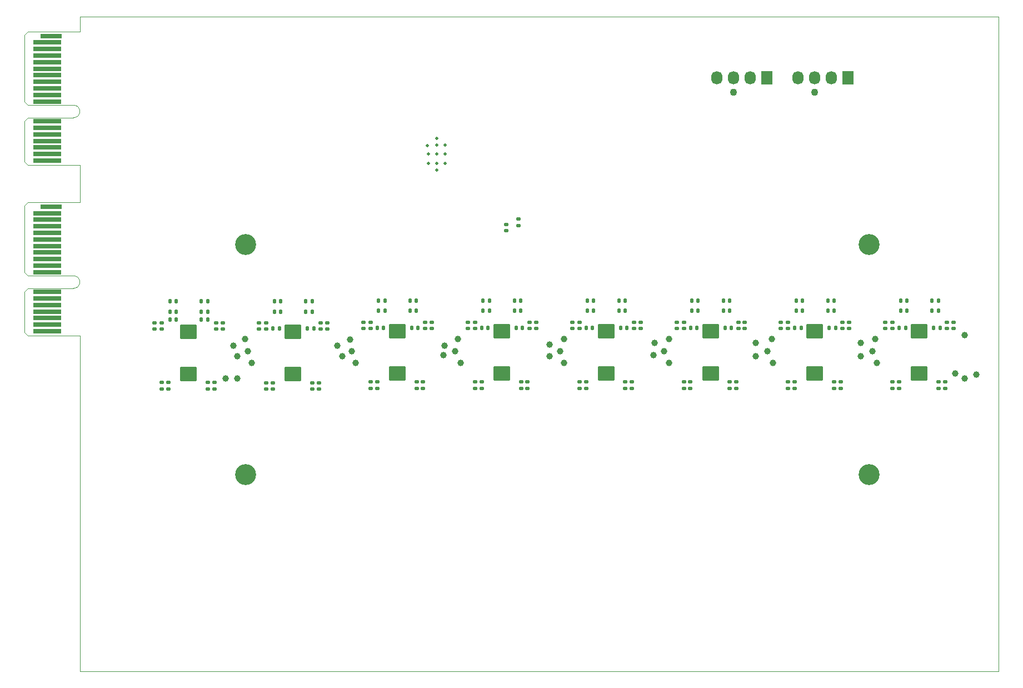
<source format=gbr>
%TF.GenerationSoftware,KiCad,Pcbnew,8.0.0*%
%TF.CreationDate,2024-03-29T21:32:46+01:00*%
%TF.ProjectId,EKO_Miner_BM1366,454b4f5f-4d69-46e6-9572-5f424d313336,rev?*%
%TF.SameCoordinates,Original*%
%TF.FileFunction,Soldermask,Bot*%
%TF.FilePolarity,Negative*%
%FSLAX46Y46*%
G04 Gerber Fmt 4.6, Leading zero omitted, Abs format (unit mm)*
G04 Created by KiCad (PCBNEW 8.0.0) date 2024-03-29 21:32:46*
%MOMM*%
%LPD*%
G01*
G04 APERTURE LIST*
G04 Aperture macros list*
%AMRoundRect*
0 Rectangle with rounded corners*
0 $1 Rounding radius*
0 $2 $3 $4 $5 $6 $7 $8 $9 X,Y pos of 4 corners*
0 Add a 4 corners polygon primitive as box body*
4,1,4,$2,$3,$4,$5,$6,$7,$8,$9,$2,$3,0*
0 Add four circle primitives for the rounded corners*
1,1,$1+$1,$2,$3*
1,1,$1+$1,$4,$5*
1,1,$1+$1,$6,$7*
1,1,$1+$1,$8,$9*
0 Add four rect primitives between the rounded corners*
20,1,$1+$1,$2,$3,$4,$5,0*
20,1,$1+$1,$4,$5,$6,$7,0*
20,1,$1+$1,$6,$7,$8,$9,0*
20,1,$1+$1,$8,$9,$2,$3,0*%
G04 Aperture macros list end*
%ADD10C,1.100000*%
%ADD11R,1.730000X2.030000*%
%ADD12O,1.730000X2.030000*%
%ADD13C,3.200000*%
%ADD14R,3.200000X0.700000*%
%ADD15R,4.300000X0.700000*%
%ADD16C,0.500000*%
%ADD17C,1.000000*%
%ADD18RoundRect,0.140000X-0.140000X-0.170000X0.140000X-0.170000X0.140000X0.170000X-0.140000X0.170000X0*%
%ADD19RoundRect,0.140000X0.140000X0.170000X-0.140000X0.170000X-0.140000X-0.170000X0.140000X-0.170000X0*%
%ADD20RoundRect,0.140000X-0.170000X0.140000X-0.170000X-0.140000X0.170000X-0.140000X0.170000X0.140000X0*%
%ADD21RoundRect,0.140000X0.170000X-0.140000X0.170000X0.140000X-0.170000X0.140000X-0.170000X-0.140000X0*%
%ADD22RoundRect,0.250000X-1.025000X0.875000X-1.025000X-0.875000X1.025000X-0.875000X1.025000X0.875000X0*%
%ADD23RoundRect,0.135000X0.185000X-0.135000X0.185000X0.135000X-0.185000X0.135000X-0.185000X-0.135000X0*%
%TA.AperFunction,Profile*%
%ADD24C,0.100000*%
%TD*%
G04 APERTURE END LIST*
D10*
%TO.C,J3*%
X186670000Y-36760000D03*
D11*
X191750000Y-34600000D03*
D12*
X189210000Y-34600000D03*
X186670000Y-34600000D03*
X184130000Y-34600000D03*
%TD*%
D13*
%TO.C,H4*%
X195000000Y-95000000D03*
%TD*%
%TO.C,H2*%
X100000000Y-60000000D03*
%TD*%
D14*
%TO.C,J2*%
X70350000Y-54200000D03*
D15*
X69800000Y-55200000D03*
X69800000Y-56200000D03*
X69800000Y-57200000D03*
X69800000Y-58200000D03*
X69800000Y-59200000D03*
X69800000Y-60200000D03*
X69800000Y-61200000D03*
X69800000Y-62200000D03*
X69800000Y-63200000D03*
X69800000Y-64200000D03*
X69800000Y-67200000D03*
X69800000Y-68200000D03*
X69800000Y-69200000D03*
X69800000Y-70200000D03*
X69800000Y-71200000D03*
X69800000Y-72200000D03*
X69800000Y-73200000D03*
%TD*%
D14*
%TO.C,J5*%
X70350000Y-28200000D03*
D15*
X69800000Y-29200000D03*
X69800000Y-30200000D03*
X69800000Y-31200000D03*
X69800000Y-32200000D03*
X69800000Y-33200000D03*
X69800000Y-34200000D03*
X69800000Y-35200000D03*
X69800000Y-36200000D03*
X69800000Y-37200000D03*
X69800000Y-38200000D03*
X69800000Y-41200000D03*
X69800000Y-42200000D03*
X69800000Y-43200000D03*
X69800000Y-44200000D03*
X69800000Y-45200000D03*
X69800000Y-46200000D03*
X69800000Y-47200000D03*
%TD*%
D13*
%TO.C,H3*%
X100000000Y-95000000D03*
%TD*%
D10*
%TO.C,J4*%
X174370000Y-36760000D03*
D11*
X179450000Y-34600000D03*
D12*
X176910000Y-34600000D03*
X174370000Y-34600000D03*
X171830000Y-34600000D03*
%TD*%
D13*
%TO.C,H1*%
X195000000Y-60000000D03*
%TD*%
D16*
%TO.C,U5*%
X130405000Y-47600000D03*
X130405000Y-46200000D03*
X130405000Y-44800000D03*
X129125000Y-48600000D03*
X129125000Y-47600000D03*
X129125000Y-46200000D03*
X129125000Y-44800000D03*
X129125000Y-43800000D03*
X127845000Y-47600000D03*
X127845000Y-46200000D03*
X127725000Y-44920000D03*
%TD*%
D17*
%TO.C,TP25*%
X195550000Y-76200000D03*
%TD*%
D18*
%TO.C,C110*%
X140984571Y-70092000D03*
X141944571Y-70092000D03*
%TD*%
D19*
%TO.C,C170*%
X89430000Y-70200000D03*
X88470000Y-70200000D03*
%TD*%
D20*
%TO.C,C71*%
X198584000Y-80912000D03*
X198584000Y-81872000D03*
%TD*%
D21*
%TO.C,C14*%
X139750000Y-57880000D03*
X139750000Y-56920000D03*
%TD*%
D20*
%TO.C,C111*%
X141964571Y-80912000D03*
X141964571Y-81872000D03*
%TD*%
D22*
%TO.C,C92*%
X186750000Y-73192000D03*
X186750000Y-79592000D03*
%TD*%
D20*
%TO.C,C72*%
X205584000Y-80912000D03*
X205584000Y-81872000D03*
%TD*%
D18*
%TO.C,C94*%
X188699142Y-70092000D03*
X189659142Y-70092000D03*
%TD*%
D20*
%TO.C,C132*%
X120059714Y-80912000D03*
X120059714Y-81872000D03*
%TD*%
D19*
%TO.C,C112*%
X153049428Y-70092000D03*
X152089428Y-70092000D03*
%TD*%
D22*
%TO.C,C131*%
X123130572Y-73192000D03*
X123130572Y-79592000D03*
%TD*%
D21*
%TO.C,C129*%
X133864571Y-72772000D03*
X133864571Y-71812000D03*
%TD*%
D17*
%TO.C,TP11*%
X146350000Y-75200000D03*
%TD*%
D20*
%TO.C,C127*%
X127059714Y-80912000D03*
X127059714Y-81872000D03*
%TD*%
D17*
%TO.C,TP36*%
X98750000Y-80400000D03*
%TD*%
%TO.C,TP12*%
X148550000Y-74400000D03*
%TD*%
D22*
%TO.C,C76*%
X170845143Y-73192000D03*
X170845143Y-79592000D03*
%TD*%
D20*
%TO.C,C124*%
X119059714Y-80912000D03*
X119059714Y-81872000D03*
%TD*%
D17*
%TO.C,TP5*%
X130350000Y-75400000D03*
%TD*%
%TO.C,TP90*%
X98750000Y-77000000D03*
%TD*%
D20*
%TO.C,C116*%
X157869428Y-80912000D03*
X157869428Y-81872000D03*
%TD*%
D21*
%TO.C,C79*%
X166774285Y-72772000D03*
X166774285Y-71812000D03*
%TD*%
D17*
%TO.C,TP9*%
X130150000Y-76800000D03*
%TD*%
%TO.C,TP74*%
X115950000Y-74500000D03*
%TD*%
%TO.C,TP13*%
X148550000Y-78000000D03*
%TD*%
D18*
%TO.C,C61*%
X204854000Y-72642000D03*
X205814000Y-72642000D03*
%TD*%
D20*
%TO.C,C85*%
X167774285Y-80912000D03*
X167774285Y-81872000D03*
%TD*%
D17*
%TO.C,TP30*%
X195950000Y-74400000D03*
%TD*%
%TO.C,TP29*%
X211350000Y-79800000D03*
%TD*%
D20*
%TO.C,C62*%
X199584000Y-80912000D03*
X199584000Y-81872000D03*
%TD*%
D17*
%TO.C,TP16*%
X164550000Y-74400000D03*
%TD*%
D18*
%TO.C,C160*%
X104174857Y-72755000D03*
X105134857Y-72755000D03*
%TD*%
D21*
%TO.C,C130*%
X117959714Y-72772000D03*
X117959714Y-71812000D03*
%TD*%
D20*
%TO.C,C88*%
X182679142Y-80912000D03*
X182679142Y-81872000D03*
%TD*%
D17*
%TO.C,TP23*%
X180150000Y-74400000D03*
%TD*%
D21*
%TO.C,C113*%
X150869428Y-72772000D03*
X150869428Y-71812000D03*
%TD*%
D17*
%TO.C,TP34*%
X193750000Y-75000000D03*
%TD*%
%TO.C,TP81*%
X114750000Y-77000000D03*
%TD*%
D21*
%TO.C,C166*%
X103154857Y-72885000D03*
X103154857Y-71925000D03*
%TD*%
%TO.C,C173*%
X86150000Y-72880000D03*
X86150000Y-71920000D03*
%TD*%
D18*
%TO.C,C171*%
X88470000Y-71400000D03*
X89430000Y-71400000D03*
%TD*%
%TO.C,C45*%
X204604000Y-68492000D03*
X205564000Y-68492000D03*
%TD*%
D17*
%TO.C,TP85*%
X113950000Y-75400000D03*
%TD*%
D18*
%TO.C,C35*%
X140984571Y-68492000D03*
X141944571Y-68492000D03*
%TD*%
%TO.C,C158*%
X109424857Y-72755000D03*
X110384857Y-72755000D03*
%TD*%
%TO.C,C32*%
X93270000Y-68600000D03*
X94230000Y-68600000D03*
%TD*%
D17*
%TO.C,TP21*%
X180350000Y-78000000D03*
%TD*%
D18*
%TO.C,C152*%
X93270000Y-71400000D03*
X94230000Y-71400000D03*
%TD*%
D21*
%TO.C,C55*%
X197484000Y-72772000D03*
X197484000Y-71812000D03*
%TD*%
D19*
%TO.C,C38*%
X153049428Y-68492000D03*
X152089428Y-68492000D03*
%TD*%
D18*
%TO.C,C114*%
X156889428Y-70092000D03*
X157849428Y-70092000D03*
%TD*%
D20*
%TO.C,C115*%
X150869428Y-80912000D03*
X150869428Y-81872000D03*
%TD*%
D17*
%TO.C,TP41*%
X96950000Y-80400000D03*
%TD*%
%TO.C,TP26*%
X196150000Y-78000000D03*
%TD*%
D20*
%TO.C,C117*%
X160169428Y-71812000D03*
X160169428Y-72772000D03*
%TD*%
D21*
%TO.C,C96*%
X182679142Y-72772000D03*
X182679142Y-71812000D03*
%TD*%
D20*
%TO.C,C125*%
X128359714Y-71812000D03*
X128359714Y-72772000D03*
%TD*%
D19*
%TO.C,C42*%
X184859142Y-68492000D03*
X183899142Y-68492000D03*
%TD*%
D18*
%TO.C,C118*%
X141234571Y-72642000D03*
X142194571Y-72642000D03*
%TD*%
D17*
%TO.C,TP7*%
X132750000Y-78000000D03*
%TD*%
D22*
%TO.C,C153*%
X91320858Y-73300000D03*
X91320858Y-79700000D03*
%TD*%
D20*
%TO.C,C91*%
X183679142Y-80912000D03*
X183679142Y-81872000D03*
%TD*%
D17*
%TO.C,TP20*%
X177750000Y-75000000D03*
%TD*%
D20*
%TO.C,C86*%
X174774285Y-80912000D03*
X174774285Y-81872000D03*
%TD*%
D19*
%TO.C,C67*%
X200764000Y-70092000D03*
X199804000Y-70092000D03*
%TD*%
%TO.C,C40*%
X137144571Y-68492000D03*
X136184571Y-68492000D03*
%TD*%
D20*
%TO.C,C148*%
X110154857Y-81025000D03*
X110154857Y-81985000D03*
%TD*%
D17*
%TO.C,TP93*%
X99950000Y-74400000D03*
%TD*%
D18*
%TO.C,C123*%
X120079714Y-72642000D03*
X121039714Y-72642000D03*
%TD*%
D20*
%TO.C,C119*%
X159169428Y-71812000D03*
X159169428Y-72772000D03*
%TD*%
D19*
%TO.C,C155*%
X105334857Y-70205000D03*
X104374857Y-70205000D03*
%TD*%
D17*
%TO.C,TP6*%
X132350000Y-74400000D03*
%TD*%
D20*
%TO.C,C81*%
X176074285Y-71812000D03*
X176074285Y-72772000D03*
%TD*%
%TO.C,C66*%
X190679142Y-80912000D03*
X190679142Y-81872000D03*
%TD*%
D17*
%TO.C,TP100*%
X100950000Y-78000000D03*
%TD*%
D20*
%TO.C,C157*%
X111454857Y-71925000D03*
X111454857Y-72885000D03*
%TD*%
D18*
%TO.C,C128*%
X125079714Y-70092000D03*
X126039714Y-70092000D03*
%TD*%
D20*
%TO.C,C99*%
X144264571Y-71812000D03*
X144264571Y-72772000D03*
%TD*%
%TO.C,C56*%
X207884000Y-71812000D03*
X207884000Y-72772000D03*
%TD*%
D22*
%TO.C,C159*%
X107225715Y-73305000D03*
X107225715Y-79705000D03*
%TD*%
D17*
%TO.C,TP79*%
X116750000Y-78000000D03*
%TD*%
D20*
%TO.C,C87*%
X166774285Y-80912000D03*
X166774285Y-81872000D03*
%TD*%
%TO.C,C100*%
X158869428Y-80912000D03*
X158869428Y-81872000D03*
%TD*%
%TO.C,C163*%
X95250000Y-81020000D03*
X95250000Y-81980000D03*
%TD*%
D22*
%TO.C,C57*%
X202654858Y-73192000D03*
X202654858Y-79592000D03*
%TD*%
D17*
%TO.C,TP31*%
X209550000Y-80400000D03*
%TD*%
D18*
%TO.C,C165*%
X109174857Y-70205000D03*
X110134857Y-70205000D03*
%TD*%
%TO.C,C77*%
X172794285Y-70092000D03*
X173754285Y-70092000D03*
%TD*%
D20*
%TO.C,C58*%
X191979142Y-71812000D03*
X191979142Y-72772000D03*
%TD*%
D17*
%TO.C,TP18*%
X163750000Y-76200000D03*
%TD*%
D18*
%TO.C,C80*%
X167794285Y-72642000D03*
X168754285Y-72642000D03*
%TD*%
%TO.C,C101*%
X151889428Y-72642000D03*
X152849428Y-72642000D03*
%TD*%
%TO.C,C34*%
X109174857Y-68605000D03*
X110134857Y-68605000D03*
%TD*%
D20*
%TO.C,C126*%
X127359714Y-71812000D03*
X127359714Y-72772000D03*
%TD*%
%TO.C,C145*%
X104154857Y-81025000D03*
X104154857Y-81985000D03*
%TD*%
D17*
%TO.C,TP33*%
X209550000Y-73800000D03*
%TD*%
D18*
%TO.C,C98*%
X188949142Y-72642000D03*
X189909142Y-72642000D03*
%TD*%
%TO.C,C97*%
X183699142Y-72642000D03*
X184659142Y-72642000D03*
%TD*%
D20*
%TO.C,C95*%
X173774285Y-80912000D03*
X173774285Y-81872000D03*
%TD*%
D19*
%TO.C,C36*%
X121239714Y-68492000D03*
X120279714Y-68492000D03*
%TD*%
D17*
%TO.C,TP19*%
X146350000Y-77000000D03*
%TD*%
%TO.C,TP4*%
X116150000Y-76200000D03*
%TD*%
D20*
%TO.C,C90*%
X189679142Y-80912000D03*
X189679142Y-81872000D03*
%TD*%
D23*
%TO.C,R7*%
X141550000Y-57110000D03*
X141550000Y-56090000D03*
%TD*%
D20*
%TO.C,C169*%
X88250000Y-81020000D03*
X88250000Y-81980000D03*
%TD*%
D21*
%TO.C,C89*%
X165674285Y-72772000D03*
X165674285Y-71812000D03*
%TD*%
D17*
%TO.C,TP15*%
X162350000Y-75000000D03*
%TD*%
D19*
%TO.C,C43*%
X168954285Y-68492000D03*
X167994285Y-68492000D03*
%TD*%
D20*
%TO.C,C102*%
X143264571Y-71812000D03*
X143264571Y-72772000D03*
%TD*%
D18*
%TO.C,C121*%
X125329714Y-72642000D03*
X126289714Y-72642000D03*
%TD*%
D21*
%TO.C,C69*%
X198584000Y-72772000D03*
X198584000Y-71812000D03*
%TD*%
D18*
%TO.C,C39*%
X156889428Y-68492000D03*
X157849428Y-68492000D03*
%TD*%
D17*
%TO.C,TP10*%
X162150000Y-76800000D03*
%TD*%
%TO.C,TP28*%
X193750000Y-77000000D03*
%TD*%
%TO.C,TP24*%
X179550000Y-76200000D03*
%TD*%
D22*
%TO.C,C103*%
X154940286Y-73192000D03*
X154940286Y-79592000D03*
%TD*%
D20*
%TO.C,C68*%
X206584000Y-80912000D03*
X206584000Y-81872000D03*
%TD*%
D19*
%TO.C,C46*%
X200764000Y-68492000D03*
X199804000Y-68492000D03*
%TD*%
D18*
%TO.C,C104*%
X157139428Y-72642000D03*
X158099428Y-72642000D03*
%TD*%
D19*
%TO.C,C83*%
X168954285Y-70092000D03*
X167994285Y-70092000D03*
%TD*%
D21*
%TO.C,C168*%
X87250000Y-72880000D03*
X87250000Y-71920000D03*
%TD*%
D20*
%TO.C,C122*%
X135964571Y-80912000D03*
X135964571Y-81872000D03*
%TD*%
D17*
%TO.C,TP22*%
X177750000Y-77000000D03*
%TD*%
D20*
%TO.C,C134*%
X126059714Y-80912000D03*
X126059714Y-81872000D03*
%TD*%
D18*
%TO.C,C82*%
X173044285Y-72642000D03*
X174004285Y-72642000D03*
%TD*%
%TO.C,C149*%
X93270000Y-70200000D03*
X94230000Y-70200000D03*
%TD*%
D20*
%TO.C,C167*%
X87250000Y-81020000D03*
X87250000Y-81980000D03*
%TD*%
D18*
%TO.C,C135*%
X135984571Y-72642000D03*
X136944571Y-72642000D03*
%TD*%
D20*
%TO.C,C150*%
X111154857Y-81025000D03*
X111154857Y-81985000D03*
%TD*%
D19*
%TO.C,C31*%
X105334857Y-68605000D03*
X104374857Y-68605000D03*
%TD*%
%TO.C,C136*%
X121239714Y-70092000D03*
X120279714Y-70092000D03*
%TD*%
D20*
%TO.C,C151*%
X112454857Y-71925000D03*
X112454857Y-72885000D03*
%TD*%
%TO.C,C106*%
X142964571Y-80912000D03*
X142964571Y-81872000D03*
%TD*%
%TO.C,C70*%
X190979142Y-71812000D03*
X190979142Y-72772000D03*
%TD*%
%TO.C,C138*%
X134964571Y-80912000D03*
X134964571Y-81872000D03*
%TD*%
%TO.C,C161*%
X96550000Y-71920000D03*
X96550000Y-72880000D03*
%TD*%
%TO.C,C154*%
X94250000Y-81020000D03*
X94250000Y-81980000D03*
%TD*%
D17*
%TO.C,TP8*%
X131950000Y-76200000D03*
%TD*%
%TO.C,TP101*%
X100350000Y-76200000D03*
%TD*%
D18*
%TO.C,C37*%
X125079714Y-68492000D03*
X126039714Y-68492000D03*
%TD*%
%TO.C,C64*%
X204604000Y-70092000D03*
X205564000Y-70092000D03*
%TD*%
D20*
%TO.C,C156*%
X103154857Y-81025000D03*
X103154857Y-81985000D03*
%TD*%
D21*
%TO.C,C140*%
X119059714Y-72772000D03*
X119059714Y-71812000D03*
%TD*%
D22*
%TO.C,C141*%
X139035429Y-73192000D03*
X139035429Y-79592000D03*
%TD*%
D20*
%TO.C,C108*%
X151869428Y-80912000D03*
X151869428Y-81872000D03*
%TD*%
D21*
%TO.C,C75*%
X181579142Y-72772000D03*
X181579142Y-71812000D03*
%TD*%
D19*
%TO.C,C142*%
X137144571Y-70092000D03*
X136184571Y-70092000D03*
%TD*%
D21*
%TO.C,C109*%
X149769428Y-72772000D03*
X149769428Y-71812000D03*
%TD*%
D18*
%TO.C,C44*%
X172794285Y-68492000D03*
X173754285Y-68492000D03*
%TD*%
D17*
%TO.C,TP17*%
X164550000Y-78000000D03*
%TD*%
D21*
%TO.C,C162*%
X102054857Y-72885000D03*
X102054857Y-71925000D03*
%TD*%
D20*
%TO.C,C73*%
X175074285Y-71812000D03*
X175074285Y-72772000D03*
%TD*%
D17*
%TO.C,TP103*%
X98150000Y-75400000D03*
%TD*%
D19*
%TO.C,C93*%
X184859142Y-70092000D03*
X183899142Y-70092000D03*
%TD*%
D20*
%TO.C,C164*%
X95550000Y-71920000D03*
X95550000Y-72880000D03*
%TD*%
%TO.C,C60*%
X206884000Y-71812000D03*
X206884000Y-72772000D03*
%TD*%
D18*
%TO.C,C54*%
X199604000Y-72642000D03*
X200564000Y-72642000D03*
%TD*%
D17*
%TO.C,TP32*%
X208150000Y-79600000D03*
%TD*%
D18*
%TO.C,C41*%
X188699142Y-68492000D03*
X189659142Y-68492000D03*
%TD*%
D17*
%TO.C,TP14*%
X147950000Y-76200000D03*
%TD*%
D19*
%TO.C,C33*%
X89430000Y-68600000D03*
X88470000Y-68600000D03*
%TD*%
D21*
%TO.C,C139*%
X134964571Y-72772000D03*
X134964571Y-71812000D03*
%TD*%
D24*
X74750000Y-73850000D02*
X74750000Y-125000000D01*
X74750000Y-125000000D02*
X214750000Y-125000000D01*
X74750000Y-27550000D02*
X74750000Y-25250000D01*
X74750000Y-47850000D02*
X74750000Y-53550000D01*
X74750000Y-25250000D02*
X214750000Y-25250000D01*
X214750000Y-125000000D02*
X214750000Y-25250000D01*
%TO.C,J2*%
X66350000Y-54050000D02*
X66350000Y-64250000D01*
X66350000Y-67150000D02*
X66350000Y-73350000D01*
X66850000Y-53550000D02*
X66350000Y-54050000D01*
X66850000Y-64750000D02*
X66350000Y-64250000D01*
X66850000Y-66650000D02*
X66350000Y-67150000D01*
X66850000Y-73850000D02*
X66350000Y-73350000D01*
X73800000Y-64750000D02*
X66850000Y-64750000D01*
X73800000Y-66650000D02*
X66850000Y-66650000D01*
X74750000Y-53550000D02*
X66850000Y-53550000D01*
X74750000Y-73850000D02*
X66850000Y-73850000D01*
X73800000Y-64750000D02*
G75*
G02*
X73800000Y-66650000I0J-950000D01*
G01*
%TO.C,J5*%
X66350000Y-28050000D02*
X66350000Y-38250000D01*
X66350000Y-41150000D02*
X66350000Y-47350000D01*
X66850000Y-27550000D02*
X66350000Y-28050000D01*
X66850000Y-38750000D02*
X66350000Y-38250000D01*
X66850000Y-40650000D02*
X66350000Y-41150000D01*
X66850000Y-47850000D02*
X66350000Y-47350000D01*
X73800000Y-38750000D02*
X66850000Y-38750000D01*
X73800000Y-40650000D02*
X66850000Y-40650000D01*
X74750000Y-27550000D02*
X66850000Y-27550000D01*
X74750000Y-47850000D02*
X66850000Y-47850000D01*
X73800000Y-38750000D02*
G75*
G02*
X73800000Y-40650000I0J-950000D01*
G01*
%TD*%
M02*

</source>
